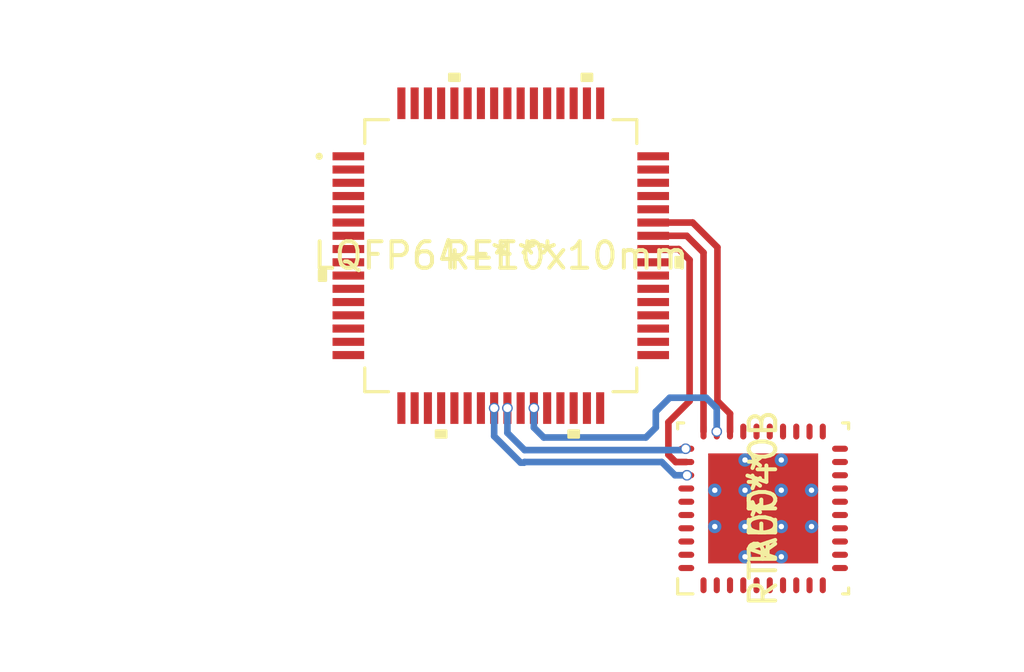
<source format=kicad_pcb>
(kicad_pcb (version 20211014) (generator pcbnew)
  (layers (0 "F.Cu" signal) (1 "In1.Cu" signal) (2 "In2.Cu" signal) (31 "B.Cu" signal) (34 "B.Paste" user) (35 "F.Paste" user) (36 "B.SilkS" user "B.Silkscreen") (37 "F.SilkS" user "F.Silkscreen") (38 "B.Mask" user) (39 "F.Mask" user) (44 "Edge.Cuts" user))
  (net 0 "")
  (footprint "stm32f405:STM32F405RGT6" (layer "F.Cu") (at 210.776251 92.66575)
    (fp_text reference "REF**" (at 0 0) (layer "F.SilkS"))
    (fp_text value "LQFP64-10x10mm" (at 0 0) (layer "F.SilkS"))
    (fp_text user "*" (at 0 0) (layer "F.SilkS"))
    (fp_line (start 5.1308 -5.1308) (end 4.234392 -5.1308) (layer "F.SilkS") (width 0.12))
    (fp_line (start 4.234392 5.1308) (end 5.1308 5.1308) (layer "F.SilkS") (width 0.12))
    (fp_line (start -5.1308 5.1308) (end -4.234392 5.1308) (layer "F.SilkS") (width 0.12))
    (fp_line (start 5.1308 -4.234392) (end 5.1308 -5.1308) (layer "F.SilkS") (width 0.12))
    (fp_line (start -4.234392 -5.1308) (end -5.1308 -5.1308) (layer "F.SilkS") (width 0.12))
    (fp_line (start 5.1308 5.1308) (end 5.1308 4.234392) (layer "F.SilkS") (width 0.12))
    (fp_line (start -5.1308 4.234392) (end -5.1308 5.1308) (layer "F.SilkS") (width 0.12))
    (fp_line (start -5.1308 -5.1308) (end -5.1308 -4.234392) (layer "F.SilkS") (width 0.12))
    (fp_circle (center -6.8509 -3.75) (end -6.7747 -3.75) (layer "F.SilkS") (width 0.12) (fill none))
    (fp_poly (pts (xy -2.440501 6.600899) (xy -2.440501 6.854899) (xy -2.059501 6.854899) (xy -2.059501 6.600899)) (layer "F.SilkS") (width 0.1) (fill solid))
    (fp_poly (pts (xy 6.854899 0.059499) (xy 6.854899 0.4405) (xy 6.600899 0.4405) (xy 6.600899 0.059499)) (layer "F.SilkS") (width 0.1) (fill solid))
    (fp_poly (pts (xy -1.940499 -6.600899) (xy -1.940499 -6.854899) (xy -1.559499 -6.854899) (xy -1.559499 -6.600899)) (layer "F.SilkS") (width 0.1) (fill solid))
    (fp_poly (pts (xy -6.854899 0.559501) (xy -6.854899 0.940501) (xy -6.600899 0.940501) (xy -6.600899 0.559501)) (layer "F.SilkS") (width 0.1) (fill solid))
    (fp_poly (pts (xy 3.059501 -6.600899) (xy 3.059501 -6.854899) (xy 3.440501 -6.854899) (xy 3.440501 -6.600899)) (layer "F.SilkS") (width 0.1) (fill solid))
    (fp_poly (pts (xy 2.5595 6.600899) (xy 2.5595 6.854899) (xy 2.9405 6.854899) (xy 2.9405 6.600899)) (layer "F.SilkS") (width 0.1) (fill solid))
    (pad "1" smd rect locked (at -5.749999 -3.75) (size 1.1938 0.3048) (layers "F.Cu" "F.Paste" "F.Mask"))
    (pad "2" smd rect locked (at -5.749999 -3.250001) (size 1.1938 0.3048) (layers "F.Cu" "F.Paste" "F.Mask"))
    (pad "3" smd rect locked (at -5.749999 -2.75) (size 1.1938 0.3048) (layers "F.Cu" "F.Paste" "F.Mask"))
    (pad "4" smd rect locked (at -5.749999 -2.250001) (size 1.1938 0.3048) (layers "F.Cu" "F.Paste" "F.Mask"))
    (pad "5" smd rect locked (at -5.749999 -1.749999) (size 1.1938 0.3048) (layers "F.Cu" "F.Paste" "F.Mask"))
    (pad "6" smd rect locked (at -5.749999 -1.25) (size 1.1938 0.3048) (layers "F.Cu" "F.Paste" "F.Mask"))
    (pad "7" smd rect locked (at -5.749999 -0.750001) (size 1.1938 0.3048) (layers "F.Cu" "F.Paste" "F.Mask"))
    (pad "8" smd rect locked (at -5.749999 -0.25) (size 1.1938 0.3048) (layers "F.Cu" "F.Paste" "F.Mask"))
    (pad "9" smd rect locked (at -5.749999 0.25) (size 1.1938 0.3048) (layers "F.Cu" "F.Paste" "F.Mask"))
    (pad "10" smd rect locked (at -5.749999 0.750001) (size 1.1938 0.3048) (layers "F.Cu" "F.Paste" "F.Mask"))
    (pad "11" smd rect locked (at -5.749999 1.25) (size 1.1938 0.3048) (layers "F.Cu" "F.Paste" "F.Mask"))
    (pad "12" smd rect locked (at -5.749999 1.749999) (size 1.1938 0.3048) (layers "F.Cu" "F.Paste" "F.Mask"))
    (pad "13" smd rect locked (at -5.749999 2.250001) (size 1.1938 0.3048) (layers "F.Cu" "F.Paste" "F.Mask"))
    (pad "14" smd rect locked (at -5.749999 2.75) (size 1.1938 0.3048) (layers "F.Cu" "F.Paste" "F.Mask"))
    (pad "15" smd rect locked (at -5.749999 3.250001) (size 1.1938 0.3048) (layers "F.Cu" "F.Paste" "F.Mask"))
    (pad "16" smd rect locked (at -5.749999 3.75) (size 1.1938 0.3048) (layers "F.Cu" "F.Paste" "F.Mask"))
    (pad "17" smd rect locked (at -3.75 5.749999 90) (size 1.1938 0.3048) (layers "F.Cu" "F.Paste" "F.Mask"))
    (pad "18" smd rect locked (at -3.250001 5.749999 90) (size 1.1938 0.3048) (layers "F.Cu" "F.Paste" "F.Mask"))
    (pad "19" smd rect locked (at -2.75 5.749999 90) (size 1.1938 0.3048) (layers "F.Cu" "F.Paste" "F.Mask"))
    (pad "20" smd rect locked (at -2.250001 5.749999 90) (size 1.1938 0.3048) (layers "F.Cu" "F.Paste" "F.Mask"))
    (pad "21" smd rect locked (at -1.749999 5.749999 90) (size 1.1938 0.3048) (layers "F.Cu" "F.Paste" "F.Mask"))
    (pad "22" smd rect locked (at -1.25 5.749999 90) (size 1.1938 0.3048) (layers "F.Cu" "F.Paste" "F.Mask"))
    (pad "23" smd rect locked (at -0.750001 5.749999 90) (size 1.1938 0.3048) (layers "F.Cu" "F.Paste" "F.Mask"))
    (pad "24" smd rect locked (at -0.25 5.749999 90) (size 1.1938 0.3048) (layers "F.Cu" "F.Paste" "F.Mask"))
    (pad "25" smd rect locked (at 0.25 5.749999 90) (size 1.1938 0.3048) (layers "F.Cu" "F.Paste" "F.Mask"))
    (pad "26" smd rect locked (at 0.750001 5.749999 90) (size 1.1938 0.3048) (layers "F.Cu" "F.Paste" "F.Mask"))
    (pad "27" smd rect locked (at 1.25 5.749999 90) (size 1.1938 0.3048) (layers "F.Cu" "F.Paste" "F.Mask"))
    (pad "28" smd rect locked (at 1.749999 5.749999 90) (size 1.1938 0.3048) (layers "F.Cu" "F.Paste" "F.Mask"))
    (pad "29" smd rect locked (at 2.250001 5.749999 90) (size 1.1938 0.3048) (layers "F.Cu" "F.Paste" "F.Mask"))
    (pad "30" smd rect locked (at 2.75 5.749999 90) (size 1.1938 0.3048) (layers "F.Cu" "F.Paste" "F.Mask"))
    (pad "31" smd rect locked (at 3.250001 5.749999 90) (size 1.1938 0.3048) (layers "F.Cu" "F.Paste" "F.Mask"))
    (pad "32" smd rect locked (at 3.75 5.749999 90) (size 1.1938 0.3048) (layers "F.Cu" "F.Paste" "F.Mask"))
    (pad "33" smd rect locked (at 5.749999 3.75) (size 1.1938 0.3048) (layers "F.Cu" "F.Paste" "F.Mask"))
    (pad "34" smd rect locked (at 5.749999 3.250001) (size 1.1938 0.3048) (layers "F.Cu" "F.Paste" "F.Mask"))
    (pad "35" smd rect locked (at 5.749999 2.75) (size 1.1938 0.3048) (layers "F.Cu" "F.Paste" "F.Mask"))
    (pad "36" smd rect locked (at 5.749999 2.250001) (size 1.1938 0.3048) (layers "F.Cu" "F.Paste" "F.Mask"))
    (pad "37" smd rect locked (at 5.749999 1.749999) (size 1.1938 0.3048) (layers "F.Cu" "F.Paste" "F.Mask"))
    (pad "38" smd rect locked (at 5.749999 1.25) (size 1.1938 0.3048) (layers "F.Cu" "F.Paste" "F.Mask"))
    (pad "39" smd rect locked (at 5.749999 0.750001) (size 1.1938 0.3048) (layers "F.Cu" "F.Paste" "F.Mask"))
    (pad "40" smd rect locked (at 5.749999 0.25) (size 1.1938 0.3048) (layers "F.Cu" "F.Paste" "F.Mask"))
    (pad "41" smd rect locked (at 5.749999 -0.25) (size 1.1938 0.3048) (layers "F.Cu" "F.Paste" "F.Mask"))
    (pad "42" smd rect locked (at 5.749999 -0.750001) (size 1.1938 0.3048) (layers "F.Cu" "F.Paste" "F.Mask"))
    (pad "43" smd rect locked (at 5.749999 -1.25) (size 1.1938 0.3048) (layers "F.Cu" "F.Paste" "F.Mask"))
    (pad "44" smd rect locked (at 5.749999 -1.749999) (size 1.1938 0.3048) (layers "F.Cu" "F.Paste" "F.Mask"))
    (pad "45" smd rect locked (at 5.749999 -2.250001) (size 1.1938 0.3048) (layers "F.Cu" "F.Paste" "F.Mask"))
    (pad "46" smd rect locked (at 5.749999 -2.75) (size 1.1938 0.3048) (layers "F.Cu" "F.Paste" "F.Mask"))
    (pad "47" smd rect locked (at 5.749999 -3.250001) (size 1.1938 0.3048) (layers "F.Cu" "F.Paste" "F.Mask"))
    (pad "48" smd rect locked (at 5.749999 -3.75) (size 1.1938 0.3048) (layers "F.Cu" "F.Paste" "F.Mask"))
    (pad "49" smd rect locked (at 3.75 -5.749999 90) (size 1.1938 0.3048) (layers "F.Cu" "F.Paste" "F.Mask"))
    (pad "50" smd rect locked (at 3.250001 -5.749999 90) (size 1.1938 0.3048) (layers "F.Cu" "F.Paste" "F.Mask"))
    (pad "51" smd rect locked (at 2.75 -5.749999 90) (size 1.1938 0.3048) (layers "F.Cu" "F.Paste" "F.Mask"))
    (pad "52" smd rect locked (at 2.250001 -5.749999 90) (size 1.1938 0.3048) (layers "F.Cu" "F.Paste" "F.Mask"))
    (pad "53" smd rect locked (at 1.749999 -5.749999 90) (size 1.1938 0.3048) (layers "F.Cu" "F.Paste" "F.Mask"))
    (pad "54" smd rect locked (at 1.25 -5.749999 90) (size 1.1938 0.3048) (layers "F.Cu" "F.Paste" "F.Mask"))
    (pad "55" smd rect locked (at 0.750001 -5.749999 90) (size 1.1938 0.3048) (layers "F.Cu" "F.Paste" "F.Mask"))
    (pad "56" smd rect locked (at 0.25 -5.749999 90) (size 1.1938 0.3048) (layers "F.Cu" "F.Paste" "F.Mask"))
    (pad "57" smd rect locked (at -0.25 -5.749999 90) (size 1.1938 0.3048) (layers "F.Cu" "F.Paste" "F.Mask"))
    (pad "58" smd rect locked (at -0.750001 -5.749999 90) (size 1.1938 0.3048) (layers "F.Cu" "F.Paste" "F.Mask"))
    (pad "59" smd rect locked (at -1.25 -5.749999 90) (size 1.1938 0.3048) (layers "F.Cu" "F.Paste" "F.Mask"))
    (pad "60" smd rect locked (at -1.749999 -5.749999 90) (size 1.1938 0.3048) (layers "F.Cu" "F.Paste" "F.Mask"))
    (pad "61" smd rect locked (at -2.250001 -5.749999 90) (size 1.1938 0.3048) (layers "F.Cu" "F.Paste" "F.Mask"))
    (pad "62" smd rect locked (at -2.75 -5.749999 90) (size 1.1938 0.3048) (layers "F.Cu" "F.Paste" "F.Mask"))
    (pad "63" smd rect locked (at -3.250001 -5.749999 90) (size 1.1938 0.3048) (layers "F.Cu" "F.Paste" "F.Mask"))
    (pad "64" smd rect locked (at -3.75 -5.749999 90) (size 1.1938 0.3048) (layers "F.Cu" "F.Paste" "F.Mask"))
  )
  (footprint "DRV8323:DRV8323HRTAR" (layer "F.Cu") (at 220.675 102.2 90)
    (fp_text reference "REF**" (at 0 0 90) (layer "F.SilkS"))
    (fp_text value "RTA0040B" (at 0 0 90) (layer "F.SilkS"))
    (fp_text user "*" (at 0 0 90) (layer "F.SilkS"))
    (fp_line (start -3.225 -3.225) (end -2.65 -3.225) (layer "F.SilkS") (width 0.12))
    (fp_line (start -3.225 3.225) (end -2.999999 3.225) (layer "F.SilkS") (width 0.12))
    (fp_line (start -3.225 -2.65) (end -3.225 -3.225) (layer "F.SilkS") (width 0.12))
    (fp_line (start -3.225 3.225) (end -3.225 2.999999) (layer "F.SilkS") (width 0.12))
    (fp_line (start 3.225 3.225) (end 3.225 2.999999) (layer "F.SilkS") (width 0.12))
    (fp_line (start 2.999999 3.225) (end 3.225 3.225) (layer "F.SilkS") (width 0.12))
    (fp_line (start 3.225 -2.999999) (end 3.225 -3.225) (layer "F.SilkS") (width 0.12))
    (fp_line (start 2.999999 -3.225) (end 3.225 -3.225) (layer "F.SilkS") (width 0.12))
    (pad "1" smd oval locked (at -2.899999 -2.250001 180) (size 0.23 0.599999) (layers "F.Cu" "F.Paste" "F.Mask"))
    (pad "2" smd oval locked (at -2.899999 -1.750002 180) (size 0.23 0.599999) (layers "F.Cu" "F.Paste" "F.Mask"))
    (pad "3" smd oval locked (at -2.899999 -1.25 180) (size 0.23 0.599999) (layers "F.Cu" "F.Paste" "F.Mask"))
    (pad "4" smd oval locked (at -2.899999 -0.750001 180) (size 0.23 0.599999) (layers "F.Cu" "F.Paste" "F.Mask"))
    (pad "5" smd oval locked (at -2.899999 -0.25 180) (size 0.23 0.599999) (layers "F.Cu" "F.Paste" "F.Mask"))
    (pad "6" smd oval locked (at -2.899999 0.25 180) (size 0.23 0.599999) (layers "F.Cu" "F.Paste" "F.Mask"))
    (pad "7" smd oval locked (at -2.899999 0.749998 180) (size 0.23 0.599999) (layers "F.Cu" "F.Paste" "F.Mask"))
    (pad "8" smd oval locked (at -2.899999 1.25 180) (size 0.23 0.599999) (layers "F.Cu" "F.Paste" "F.Mask"))
    (pad "9" smd oval locked (at -2.899999 1.749999 180) (size 0.23 0.599999) (layers "F.Cu" "F.Paste" "F.Mask"))
    (pad "10" smd oval locked (at -2.899999 2.250001 180) (size 0.23 0.599999) (layers "F.Cu" "F.Paste" "F.Mask"))
    (pad "11" smd oval locked (at -2.250001 2.899999 90) (size 0.23 0.599999) (layers "F.Cu" "F.Paste" "F.Mask"))
    (pad "12" smd oval locked (at -1.750002 2.899999 90) (size 0.23 0.599999) (layers "F.Cu" "F.Paste" "F.Mask"))
    (pad "13" smd oval locked (at -1.25 2.899999 90) (size 0.23 0.599999) (layers "F.Cu" "F.Paste" "F.Mask"))
    (pad "14" smd oval locked (at -0.750001 2.899999 90) (size 0.23 0.599999) (layers "F.Cu" "F.Paste" "F.Mask"))
    (pad "15" smd oval locked (at -0.25 2.899999 90) (size 0.23 0.599999) (layers "F.Cu" "F.Paste" "F.Mask"))
    (pad "16" smd oval locked (at 0.25 2.899999 90) (size 0.23 0.599999) (layers "F.Cu" "F.Paste" "F.Mask"))
    (pad "17" smd oval locked (at 0.749998 2.899999 90) (size 0.23 0.599999) (layers "F.Cu" "F.Paste" "F.Mask"))
    (pad "18" smd oval locked (at 1.25 2.899999 90) (size 0.23 0.599999) (layers "F.Cu" "F.Paste" "F.Mask"))
    (pad "19" smd oval locked (at 1.749999 2.899999 90) (size 0.23 0.599999) (layers "F.Cu" "F.Paste" "F.Mask"))
    (pad "20" smd oval locked (at 2.250001 2.899999 90) (size 0.23 0.599999) (layers "F.Cu" "F.Paste" "F.Mask"))
    (pad "21" smd oval locked (at 2.899999 2.250001 180) (size 0.23 0.599999) (layers "F.Cu" "F.Paste" "F.Mask"))
    (pad "22" smd oval locked (at 2.899999 1.749999 180) (size 0.23 0.599999) (layers "F.Cu" "F.Paste" "F.Mask"))
    (pad "23" smd oval locked (at 2.899999 1.25 180) (size 0.23 0.599999) (layers "F.Cu" "F.Paste" "F.Mask"))
    (pad "24" smd oval locked (at 2.899999 0.749998 180) (size 0.23 0.599999) (layers "F.Cu" "F.Paste" "F.Mask"))
    (pad "25" smd oval locked (at 2.899999 0.25 180) (size 0.23 0.599999) (layers "F.Cu" "F.Paste" "F.Mask"))
    (pad "26" smd oval locked (at 2.899999 -0.25 180) (size 0.23 0.599999) (layers "F.Cu" "F.Paste" "F.Mask"))
    (pad "27" smd oval locked (at 2.899999 -0.750001 180) (size 0.23 0.599999) (layers "F.Cu" "F.Paste" "F.Mask"))
    (pad "28" smd oval locked (at 2.899999 -1.25 180) (size 0.23 0.599999) (layers "F.Cu" "F.Paste" "F.Mask"))
    (pad "29" smd oval locked (at 2.899999 -1.750002 180) (size 0.23 0.599999) (layers "F.Cu" "F.Paste" "F.Mask"))
    (pad "30" smd oval locked (at 2.899999 -2.250001 180) (size 0.23 0.599999) (layers "F.Cu" "F.Paste" "F.Mask"))
    (pad "31" smd oval locked (at 2.250001 -2.899999 90) (size 0.23 0.599999) (layers "F.Cu" "F.Paste" "F.Mask"))
    (pad "32" smd oval locked (at 1.749999 -2.899999 90) (size 0.23 0.599999) (layers "F.Cu" "F.Paste" "F.Mask"))
    (pad "33" smd oval locked (at 1.25 -2.899999 90) (size 0.23 0.599999) (layers "F.Cu" "F.Paste" "F.Mask"))
    (pad "34" smd oval locked (at 0.749998 -2.899999 90) (size 0.23 0.599999) (layers "F.Cu" "F.Paste" "F.Mask"))
    (pad "35" smd oval locked (at 0.25 -2.899999 90) (size 0.23 0.599999) (layers "F.Cu" "F.Paste" "F.Mask"))
    (pad "36" smd oval locked (at -0.25 -2.899999 90) (size 0.23 0.599999) (layers "F.Cu" "F.Paste" "F.Mask"))
    (pad "37" smd oval locked (at -0.750001 -2.899999 90) (size 0.23 0.599999) (layers "F.Cu" "F.Paste" "F.Mask"))
    (pad "38" smd oval locked (at -1.25 -2.899999 90) (size 0.23 0.599999) (layers "F.Cu" "F.Paste" "F.Mask"))
    (pad "39" smd oval locked (at -1.750002 -2.899999 90) (size 0.23 0.599999) (layers "F.Cu" "F.Paste" "F.Mask"))
    (pad "40" smd oval locked (at -2.250001 -2.899999 90) (size 0.23 0.599999) (layers "F.Cu" "F.Paste" "F.Mask"))
    (pad "41" smd rect locked (at 0 0 90) (size 4.149999 4.149999) (layers "F.Cu" "F.Mask"))
    (pad "V" thru_hole circle locked (at 0.685 1.825 90) (size 0.499999 0.499999) (drill 0.2032) (layers *.Cu *.Mask))
    (pad "V" thru_hole circle locked (at 0.685 -1.825 90) (size 0.499999 0.499999) (drill 0.2032) (layers *.Cu *.Mask))
    (pad "V" thru_hole circle locked (at -0.685 -0.685 90) (size 0.499999 0.499999) (drill 0.2032) (layers *.Cu *.Mask))
    (pad "V" thru_hole circle locked (at -0.685 1.825 90) (size 0.499999 0.499999) (drill 0.2032) (layers *.Cu *.Mask))
    (pad "V" thru_hole circle locked (at -1.825 0.685 90) (size 0.499999 0.499999) (drill 0.2032) (layers *.Cu *.Mask))
    (pad "V" thru_hole circle locked (at -0.685 -1.825 90) (size 0.499999 0.499999) (drill 0.2032) (layers *.Cu *.Mask))
    (pad "V" thru_hole circle locked (at 1.825 0.685 90) (size 0.499999 0.499999) (drill 0.2032) (layers *.Cu *.Mask))
    (pad "V" thru_hole circle locked (at 0.685 0.685 90) (size 0.499999 0.499999) (drill 0.2032) (layers *.Cu *.Mask))
    (pad "V" thru_hole circle locked (at 1.825 -0.685 90) (size 0.499999 0.499999) (drill 0.2032) (layers *.Cu *.Mask))
    (pad "V" thru_hole circle locked (at -0.685 0.685 90) (size 0.499999 0.499999) (drill 0.2032) (layers *.Cu *.Mask))
    (pad "V" thru_hole circle locked (at -1.825 -0.685 90) (size 0.499999 0.499999) (drill 0.2032) (layers *.Cu *.Mask))
    (pad "V" thru_hole circle locked (at 0.685 -0.685 90) (size 0.499999 0.499999) (drill 0.2032) (layers *.Cu *.Mask))
  )
  (segment (start 217.9 98.15) (end 217.1 98.95) (width 0.25) (layer "F.Cu") (net 0))
  (segment (start 217.49075 92.41575) (end 217.9 92.825) (width 0.25) (layer "F.Cu") (net 0))
  (segment (start 216.52625 92.41575) (end 217.49075 92.41575) (width 0.25) (layer "F.Cu") (net 0))
  (segment (start 218.424999 92.549999) (end 217.790749 91.915749) (width 0.25) (layer "F.Cu") (net 0))
  (segment (start 217.1 98.95) (end 217.1 100.175) (width 0.25) (layer "F.Cu") (net 0))
  (segment (start 217.1 100.175) (end 217.375001 100.450001) (width 0.25) (layer "F.Cu") (net 0))
  (segment (start 217.9 92.825) (end 217.9 98.15) (width 0.25) (layer "F.Cu") (net 0))
  (segment (start 218.95 92.35) (end 218.95 98.15) (width 0.25) (layer "F.Cu") (net 0))
  (segment (start 219.425 98.625) (end 219.425 99.300001) (width 0.25) (layer "F.Cu") (net 0))
  (segment (start 217.375001 100.450001) (end 217.775001 100.450001) (width 0.25) (layer "F.Cu") (net 0))
  (segment (start 216.52625 91.41575) (end 218.01575 91.41575) (width 0.25) (layer "F.Cu") (net 0))
  (segment (start 218.424999 99.300001) (end 218.424999 92.549999) (width 0.25) (layer "F.Cu") (net 0))
  (segment (start 217.790749 91.915749) (end 216.52625 91.915749) (width 0.25) (layer "F.Cu") (net 0))
  (segment (start 218.95 98.15) (end 219.425 98.625) (width 0.25) (layer "F.Cu") (net 0))
  (segment (start 218.01575 91.41575) (end 218.95 92.35) (width 0.25) (layer "F.Cu") (net 0))
  (via (at 212.026251 98.415749) (size 0.4) (drill 0.3) (layers "F.Cu" "B.Cu") (net 0))
  (via (at 217.75 99.95) (size 0.4) (drill 0.3) (layers "F.Cu" "B.Cu") (net 0))
  (via (at 217.8 100.95) (size 0.4) (drill 0.3) (layers "F.Cu" "B.Cu") (net 0))
  (via (at 218.925 99.3) (size 0.4) (drill 0.3) (layers "F.Cu" "B.Cu") (net 0))
  (via (at 211.026251 98.415749) (size 0.4) (drill 0.3) (layers "F.Cu" "B.Cu") (net 0))
  (via (at 210.526251 98.415749) (size 0.4) (drill 0.3) (layers "F.Cu" "B.Cu") (net 0))
  (segment (start 212.026251 98.415749) (end 212.025 98.417) (width 0.25) (layer "B.Cu") (net 0))
  (segment (start 217.35 100.95) (end 216.85 100.45) (width 0.25) (layer "B.Cu") (net 0))
  (segment (start 217.7 100) (end 217.75 99.95) (width 0.25) (layer "B.Cu") (net 0))
  (segment (start 218.525 98.025) (end 218.875 98.375) (width 0.25) (layer "B.Cu") (net 0))
  (segment (start 217.15 98.025) (end 218.125 98.025) (width 0.25) (layer "B.Cu") (net 0))
  (segment (start 211.675 100.45) (end 211.65 100.475) (width 0.25) (layer "B.Cu") (net 0))
  (segment (start 211.675 100) (end 217.7 100) (width 0.25) (layer "B.Cu") (net 0))
  (segment (start 216.25 99.525) (end 216.625 99.15) (width 0.25) (layer "B.Cu") (net 0))
  (segment (start 212.4 99.525) (end 216.25 99.525) (width 0.25) (layer "B.Cu") (net 0))
  (segment (start 218.125 98.025) (end 218.525 98.025) (width 0.25) (layer "B.Cu") (net 0))
  (segment (start 216.625 98.55) (end 217.15 98.025) (width 0.25) (layer "B.Cu") (net 0))
  (segment (start 211.026251 99.351251) (end 211.675 100) (width 0.25) (layer "B.Cu") (net 0))
  (segment (start 216.85 100.45) (end 211.675 100.45) (width 0.25) (layer "B.Cu") (net 0))
  (segment (start 216.625 99.15) (end 216.625 98.55) (width 0.25) (layer "B.Cu") (net 0))
  (segment (start 217.8 100.95) (end 217.35 100.95) (width 0.25) (layer "B.Cu") (net 0))
  (segment (start 212.025 99.15) (end 212.4 99.525) (width 0.25) (layer "B.Cu") (net 0))
  (segment (start 212.025 98.417) (end 212.025 99.15) (width 0.25) (layer "B.Cu") (net 0))
  (segment (start 211.026251 98.415749) (end 211.026251 99.351251) (width 0.25) (layer "B.Cu") (net 0))
  (segment (start 211.65 100.475) (end 211.525 100.475) (width 0.25) (layer "B.Cu") (net 0))
  (segment (start 218.875 98.375) (end 218.925 98.425) (width 0.25) (layer "B.Cu") (net 0))
  (segment (start 211.525 100.475) (end 210.526251 99.476251) (width 0.25) (layer "B.Cu") (net 0))
  (segment (start 218.925 98.425) (end 218.925 99.3) (width 0.25) (layer "B.Cu") (net 0))
  (segment (start 210.526251 99.476251) (end 210.526251 98.415749) (width 0.25) (layer "B.Cu") (net 0))
)
</source>
